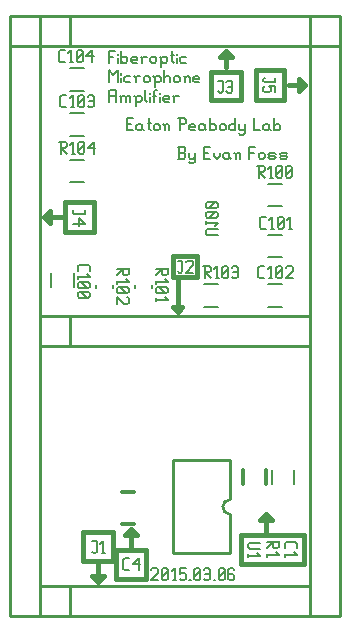
<source format=gbr>
G04 start of page 8 for group -4079 idx -4079 *
G04 Title: (unknown), topsilk *
G04 Creator: pcb 20140316 *
G04 CreationDate: Fri 27 Mar 2015 02:49:08 PM GMT UTC *
G04 For: fosse *
G04 Format: Gerber/RS-274X *
G04 PCB-Dimensions (mil): 1250.00 2150.00 *
G04 PCB-Coordinate-Origin: lower left *
%MOIN*%
%FSLAX25Y25*%
%LNTOPSILK*%
%ADD70C,0.0130*%
%ADD69C,0.0100*%
%ADD68C,0.0080*%
%ADD67C,0.0060*%
%ADD66C,0.0150*%
G54D66*X19000Y141500D02*X17000Y143500D01*
X19000Y145500D02*Y141500D01*
X17000Y143500D02*X19000Y145500D01*
X17000Y143500D02*X22500D01*
X24000Y148500D02*Y138500D01*
X33500D01*
Y148500D02*Y138500D01*
X24000Y148500D02*X33500D01*
X87500Y192500D02*X97000D01*
X87500D02*Y182500D01*
X97000D01*
X102000Y189500D02*X104000Y187500D01*
X102000Y189500D02*Y185500D01*
X104000Y187500D02*X102000Y185500D01*
X98500Y187500D02*X104000D01*
X97000Y192500D02*Y182500D01*
X75500Y197000D02*X77500Y199000D01*
X75500Y197000D02*X79500D01*
X72500Y192000D02*X82500D01*
X72500D02*Y182500D01*
X82500D01*
Y192000D02*Y182500D01*
X77500Y199000D02*X79500Y197000D01*
X77500Y199000D02*Y193500D01*
X89000Y42500D02*X91000Y44500D01*
X93000Y42500D02*X89000D01*
X91000Y44500D02*X93000Y42500D01*
X91000Y39000D02*Y44500D01*
X103500Y37500D02*X82500D01*
Y28000D02*Y37500D01*
X103500Y28000D02*X82500D01*
X103500Y37500D02*Y28000D01*
X44000Y37500D02*X46000Y39500D01*
X48000Y37500D02*X44000D01*
X46000Y39500D02*X48000Y37500D01*
X46000Y34000D02*Y39500D01*
X51000Y32500D02*X41000D01*
Y23000D02*Y32500D01*
X51000Y23000D02*X41000D01*
X51000Y32500D02*Y23000D01*
X30000Y38500D02*Y29000D01*
Y38500D02*X40000D01*
Y29000D01*
X30000D02*X40000D01*
X35000Y27500D02*Y22000D01*
X33000Y24000D01*
X37000D01*
X35000Y22000D01*
X61500Y123500D02*Y112000D01*
X60000Y113500D01*
X63000D01*
X61500Y112000D01*
X60000Y123500D02*Y130500D01*
X68000D01*
Y123500D01*
X60000D02*X68000D01*
G54D67*X44500Y174500D02*X46000D01*
X44500Y172500D02*X46500D01*
X44500Y176500D02*Y172500D01*
Y176500D02*X46500D01*
X49200Y174500D02*X49700Y174000D01*
X48200Y174500D02*X49200D01*
X47700Y174000D02*X48200Y174500D01*
X47700Y174000D02*Y173000D01*
X48200Y172500D01*
X49700Y174500D02*Y173000D01*
X50200Y172500D01*
X48200D02*X49200D01*
X49700Y173000D01*
X51900Y176500D02*Y173000D01*
X52400Y172500D01*
X51400Y175000D02*X52400D01*
X53400Y174000D02*Y173000D01*
Y174000D02*X53900Y174500D01*
X54900D01*
X55400Y174000D01*
Y173000D01*
X54900Y172500D02*X55400Y173000D01*
X53900Y172500D02*X54900D01*
X53400Y173000D02*X53900Y172500D01*
X57100Y174000D02*Y172500D01*
Y174000D02*X57600Y174500D01*
X58100D01*
X58600Y174000D01*
Y172500D01*
X56600Y174500D02*X57100Y174000D01*
X62100Y176500D02*Y172500D01*
X61600Y176500D02*X63600D01*
X64100Y176000D01*
Y175000D01*
X63600Y174500D02*X64100Y175000D01*
X62100Y174500D02*X63600D01*
X65800Y172500D02*X67300D01*
X65300Y173000D02*X65800Y172500D01*
X65300Y174000D02*Y173000D01*
Y174000D02*X65800Y174500D01*
X66800D01*
X67300Y174000D01*
X65300Y173500D02*X67300D01*
Y174000D02*Y173500D01*
X70000Y174500D02*X70500Y174000D01*
X69000Y174500D02*X70000D01*
X68500Y174000D02*X69000Y174500D01*
X68500Y174000D02*Y173000D01*
X69000Y172500D01*
X70500Y174500D02*Y173000D01*
X71000Y172500D01*
X69000D02*X70000D01*
X70500Y173000D01*
X72200Y176500D02*Y172500D01*
Y173000D02*X72700Y172500D01*
X73700D01*
X74200Y173000D01*
Y174000D02*Y173000D01*
X73700Y174500D02*X74200Y174000D01*
X72700Y174500D02*X73700D01*
X72200Y174000D02*X72700Y174500D01*
X75400Y174000D02*Y173000D01*
Y174000D02*X75900Y174500D01*
X76900D01*
X77400Y174000D01*
Y173000D01*
X76900Y172500D02*X77400Y173000D01*
X75900Y172500D02*X76900D01*
X75400Y173000D02*X75900Y172500D01*
X80600Y176500D02*Y172500D01*
X80100D02*X80600Y173000D01*
X79100Y172500D02*X80100D01*
X78600Y173000D02*X79100Y172500D01*
X78600Y174000D02*Y173000D01*
Y174000D02*X79100Y174500D01*
X80100D01*
X80600Y174000D01*
X81800Y174500D02*Y173000D01*
X82300Y172500D01*
X83800Y174500D02*Y171500D01*
X83300Y171000D02*X83800Y171500D01*
X82300Y171000D02*X83300D01*
X81800Y171500D02*X82300Y171000D01*
Y172500D02*X83300D01*
X83800Y173000D01*
X86800Y176500D02*Y172500D01*
X88800D01*
X91500Y174500D02*X92000Y174000D01*
X90500Y174500D02*X91500D01*
X90000Y174000D02*X90500Y174500D01*
X90000Y174000D02*Y173000D01*
X90500Y172500D01*
X92000Y174500D02*Y173000D01*
X92500Y172500D01*
X90500D02*X91500D01*
X92000Y173000D01*
X93700Y176500D02*Y172500D01*
Y173000D02*X94200Y172500D01*
X95200D01*
X95700Y173000D01*
Y174000D02*Y173000D01*
X95200Y174500D02*X95700Y174000D01*
X94200Y174500D02*X95200D01*
X93700Y174000D02*X94200Y174500D01*
X61500Y163000D02*X63500D01*
X64000Y163500D01*
Y164500D02*Y163500D01*
X63500Y165000D02*X64000Y164500D01*
X62000Y165000D02*X63500D01*
X62000Y167000D02*Y163000D01*
X61500Y167000D02*X63500D01*
X64000Y166500D01*
Y165500D01*
X63500Y165000D02*X64000Y165500D01*
X65200Y165000D02*Y163500D01*
X65700Y163000D01*
X67200Y165000D02*Y162000D01*
X66700Y161500D02*X67200Y162000D01*
X65700Y161500D02*X66700D01*
X65200Y162000D02*X65700Y161500D01*
Y163000D02*X66700D01*
X67200Y163500D01*
X70200Y165000D02*X71700D01*
X70200Y163000D02*X72200D01*
X70200Y167000D02*Y163000D01*
Y167000D02*X72200D01*
X73400Y165000D02*Y164000D01*
X74400Y163000D01*
X75400Y164000D01*
Y165000D02*Y164000D01*
X78100Y165000D02*X78600Y164500D01*
X77100Y165000D02*X78100D01*
X76600Y164500D02*X77100Y165000D01*
X76600Y164500D02*Y163500D01*
X77100Y163000D01*
X78600Y165000D02*Y163500D01*
X79100Y163000D01*
X77100D02*X78100D01*
X78600Y163500D01*
X80800Y164500D02*Y163000D01*
Y164500D02*X81300Y165000D01*
X81800D01*
X82300Y164500D01*
Y163000D01*
X80300Y165000D02*X80800Y164500D01*
X85300Y167000D02*Y163000D01*
Y167000D02*X87300D01*
X85300Y165000D02*X86800D01*
X88500Y164500D02*Y163500D01*
Y164500D02*X89000Y165000D01*
X90000D01*
X90500Y164500D01*
Y163500D01*
X90000Y163000D02*X90500Y163500D01*
X89000Y163000D02*X90000D01*
X88500Y163500D02*X89000Y163000D01*
X92200D02*X93700D01*
X94200Y163500D01*
X93700Y164000D02*X94200Y163500D01*
X92200Y164000D02*X93700D01*
X91700Y164500D02*X92200Y164000D01*
X91700Y164500D02*X92200Y165000D01*
X93700D01*
X94200Y164500D01*
X91700Y163500D02*X92200Y163000D01*
X95900D02*X97400D01*
X97900Y163500D01*
X97400Y164000D02*X97900Y163500D01*
X95900Y164000D02*X97400D01*
X95400Y164500D02*X95900Y164000D01*
X95400Y164500D02*X95900Y165000D01*
X97400D01*
X97900Y164500D01*
X95400Y163500D02*X95900Y163000D01*
X38500Y199000D02*Y195000D01*
Y199000D02*X40500D01*
X38500Y197000D02*X40000D01*
X41700Y198000D02*Y197500D01*
Y196500D02*Y195000D01*
X42700Y199000D02*Y195000D01*
Y195500D02*X43200Y195000D01*
X44200D01*
X44700Y195500D01*
Y196500D02*Y195500D01*
X44200Y197000D02*X44700Y196500D01*
X43200Y197000D02*X44200D01*
X42700Y196500D02*X43200Y197000D01*
X46400Y195000D02*X47900D01*
X45900Y195500D02*X46400Y195000D01*
X45900Y196500D02*Y195500D01*
Y196500D02*X46400Y197000D01*
X47400D01*
X47900Y196500D01*
X45900Y196000D02*X47900D01*
Y196500D02*Y196000D01*
X49600Y196500D02*Y195000D01*
Y196500D02*X50100Y197000D01*
X51100D01*
X49100D02*X49600Y196500D01*
X52300D02*Y195500D01*
Y196500D02*X52800Y197000D01*
X53800D01*
X54300Y196500D01*
Y195500D01*
X53800Y195000D02*X54300Y195500D01*
X52800Y195000D02*X53800D01*
X52300Y195500D02*X52800Y195000D01*
X56000Y196500D02*Y193500D01*
X55500Y197000D02*X56000Y196500D01*
X56500Y197000D01*
X57500D01*
X58000Y196500D01*
Y195500D01*
X57500Y195000D02*X58000Y195500D01*
X56500Y195000D02*X57500D01*
X56000Y195500D02*X56500Y195000D01*
X59700Y199000D02*Y195500D01*
X60200Y195000D01*
X59200Y197500D02*X60200D01*
X61200Y198000D02*Y197500D01*
Y196500D02*Y195000D01*
X62700Y197000D02*X64200D01*
X62200Y196500D02*X62700Y197000D01*
X62200Y196500D02*Y195500D01*
X62700Y195000D01*
X64200D01*
X38500Y192500D02*Y188500D01*
Y192500D02*X40000Y191000D01*
X41500Y192500D01*
Y188500D01*
X42700Y191500D02*Y191000D01*
Y190000D02*Y188500D01*
X44200Y190500D02*X45700D01*
X43700Y190000D02*X44200Y190500D01*
X43700Y190000D02*Y189000D01*
X44200Y188500D01*
X45700D01*
X47400Y190000D02*Y188500D01*
Y190000D02*X47900Y190500D01*
X48900D01*
X46900D02*X47400Y190000D01*
X50100D02*Y189000D01*
Y190000D02*X50600Y190500D01*
X51600D01*
X52100Y190000D01*
Y189000D01*
X51600Y188500D02*X52100Y189000D01*
X50600Y188500D02*X51600D01*
X50100Y189000D02*X50600Y188500D01*
X53800Y190000D02*Y187000D01*
X53300Y190500D02*X53800Y190000D01*
X54300Y190500D01*
X55300D01*
X55800Y190000D01*
Y189000D01*
X55300Y188500D02*X55800Y189000D01*
X54300Y188500D02*X55300D01*
X53800Y189000D02*X54300Y188500D01*
X57000Y192500D02*Y188500D01*
Y190000D02*X57500Y190500D01*
X58500D01*
X59000Y190000D01*
Y188500D01*
X60200Y190000D02*Y189000D01*
Y190000D02*X60700Y190500D01*
X61700D01*
X62200Y190000D01*
Y189000D01*
X61700Y188500D02*X62200Y189000D01*
X60700Y188500D02*X61700D01*
X60200Y189000D02*X60700Y188500D01*
X63900Y190000D02*Y188500D01*
Y190000D02*X64400Y190500D01*
X64900D01*
X65400Y190000D01*
Y188500D01*
X63400Y190500D02*X63900Y190000D01*
X67100Y188500D02*X68600D01*
X66600Y189000D02*X67100Y188500D01*
X66600Y190000D02*Y189000D01*
Y190000D02*X67100Y190500D01*
X68100D01*
X68600Y190000D01*
X66600Y189500D02*X68600D01*
Y190000D02*Y189500D01*
X38500Y185500D02*Y182000D01*
Y185500D02*X39000Y186000D01*
X40500D01*
X41000Y185500D01*
Y182000D01*
X38500Y184000D02*X41000D01*
X42700Y183500D02*Y182000D01*
Y183500D02*X43200Y184000D01*
X43700D01*
X44200Y183500D01*
Y182000D01*
Y183500D02*X44700Y184000D01*
X45200D01*
X45700Y183500D01*
Y182000D01*
X42200Y184000D02*X42700Y183500D01*
X47400D02*Y180500D01*
X46900Y184000D02*X47400Y183500D01*
X47900Y184000D01*
X48900D01*
X49400Y183500D01*
Y182500D01*
X48900Y182000D02*X49400Y182500D01*
X47900Y182000D02*X48900D01*
X47400Y182500D02*X47900Y182000D01*
X50600Y186000D02*Y182500D01*
X51100Y182000D01*
X52100Y185000D02*Y184500D01*
Y183500D02*Y182000D01*
X53600Y185500D02*Y182000D01*
Y185500D02*X54100Y186000D01*
X54600D01*
X53100Y184000D02*X54100D01*
X55600Y185000D02*Y184500D01*
Y183500D02*Y182000D01*
X57100D02*X58600D01*
X56600Y182500D02*X57100Y182000D01*
X56600Y183500D02*Y182500D01*
Y183500D02*X57100Y184000D01*
X58100D01*
X58600Y183500D01*
X56600Y183000D02*X58600D01*
Y183500D02*Y183000D01*
X60300Y183500D02*Y182000D01*
Y183500D02*X60800Y184000D01*
X61800D01*
X59800D02*X60300Y183500D01*
X52500Y26000D02*X53000Y26500D01*
X54500D01*
X55000Y26000D01*
Y25000D01*
X52500Y22500D02*X55000Y25000D01*
X52500Y22500D02*X55000D01*
X56200Y23000D02*X56700Y22500D01*
X56200Y26000D02*Y23000D01*
Y26000D02*X56700Y26500D01*
X57700D01*
X58200Y26000D01*
Y23000D01*
X57700Y22500D02*X58200Y23000D01*
X56700Y22500D02*X57700D01*
X56200Y23500D02*X58200Y25500D01*
X59900Y22500D02*X60900D01*
X60400Y26500D02*Y22500D01*
X59400Y25500D02*X60400Y26500D01*
X62100D02*X64100D01*
X62100D02*Y24500D01*
X62600Y25000D01*
X63600D01*
X64100Y24500D01*
Y23000D01*
X63600Y22500D02*X64100Y23000D01*
X62600Y22500D02*X63600D01*
X62100Y23000D02*X62600Y22500D01*
X65300D02*X65800D01*
X67000Y23000D02*X67500Y22500D01*
X67000Y26000D02*Y23000D01*
Y26000D02*X67500Y26500D01*
X68500D01*
X69000Y26000D01*
Y23000D01*
X68500Y22500D02*X69000Y23000D01*
X67500Y22500D02*X68500D01*
X67000Y23500D02*X69000Y25500D01*
X70200Y26000D02*X70700Y26500D01*
X71700D01*
X72200Y26000D01*
Y23000D01*
X71700Y22500D02*X72200Y23000D01*
X70700Y22500D02*X71700D01*
X70200Y23000D02*X70700Y22500D01*
Y24500D02*X72200D01*
X73400Y22500D02*X73900D01*
X75100Y23000D02*X75600Y22500D01*
X75100Y26000D02*Y23000D01*
Y26000D02*X75600Y26500D01*
X76600D01*
X77100Y26000D01*
Y23000D01*
X76600Y22500D02*X77100Y23000D01*
X75600Y22500D02*X76600D01*
X75100Y23500D02*X77100Y25500D01*
X79800Y26500D02*X80300Y26000D01*
X78800Y26500D02*X79800D01*
X78300Y26000D02*X78800Y26500D01*
X78300Y26000D02*Y23000D01*
X78800Y22500D01*
X79800Y24500D02*X80300Y24000D01*
X78300Y24500D02*X79800D01*
X78800Y22500D02*X79800D01*
X80300Y23000D01*
Y24000D02*Y23000D01*
G54D68*X26740Y124957D02*Y120233D01*
X19260Y124957D02*Y120233D01*
X91638Y121240D02*X96362D01*
X91638Y113760D02*X96362D01*
X70138Y121240D02*X74862D01*
X70138Y113760D02*X74862D01*
X39755Y120893D02*Y120107D01*
X34245Y120893D02*Y120107D01*
X52755Y120893D02*Y120107D01*
X47245Y120893D02*Y120107D01*
X91638Y137740D02*X96362D01*
X91638Y130260D02*X96362D01*
G54D69*X15500Y100500D02*X105500D01*
Y110500D02*Y100500D01*
X15500Y110500D02*X105500D01*
X15500D02*Y100500D01*
X25500Y110500D02*Y100500D01*
X15500Y110500D02*X25500D01*
X15500Y200500D02*X105500D01*
Y210500D02*Y200500D01*
X15500Y210500D02*X105500D01*
X15500D02*Y200500D01*
X25500Y210500D02*Y200500D01*
X15500Y210500D02*X25500D01*
G54D68*X25638Y178240D02*X30362D01*
X25638Y170760D02*X30362D01*
X25638Y193240D02*X30362D01*
X25638Y185760D02*X30362D01*
X25638Y162740D02*X30362D01*
X25638Y155260D02*X30362D01*
X91638Y154740D02*X96362D01*
X91638Y147260D02*X96362D01*
G54D69*X5500Y210500D02*Y10500D01*
X15500D01*
Y210500D01*
X5500D01*
Y200500D02*X15500D01*
Y210500D01*
G54D70*X43032Y41436D02*X46968D01*
X43032Y52064D02*X46968D01*
G54D69*X79000Y44500D02*Y31500D01*
Y62500D02*Y49500D01*
X60000Y31500D02*X79000D01*
X60000Y62500D02*Y31500D01*
Y62500D02*X79000D01*
Y49500D02*G75*G03X79000Y44500I0J-2500D01*G01*
G54D68*X100240Y59362D02*Y54638D01*
X92760Y59362D02*Y54638D01*
G54D69*X105500Y210500D02*Y10500D01*
X115500D01*
Y210500D01*
X105500D01*
Y200500D02*X115500D01*
Y210500D01*
X15500Y10500D02*X105500D01*
Y20500D02*Y10500D01*
X15500Y20500D02*X105500D01*
X15500D02*Y10500D01*
X25500Y20500D02*Y10500D01*
X15500Y20500D02*X25500D01*
G54D70*X83260Y59371D02*Y54647D01*
X90740Y59371D02*Y54647D01*
G54D67*X45150Y126650D02*Y124650D01*
X44650Y124150D01*
X43650D02*X44650D01*
X43150Y124650D02*X43650Y124150D01*
X43150Y126150D02*Y124650D01*
X41150Y126150D02*X45150D01*
X43150D02*X41150Y124150D01*
Y122450D02*Y121450D01*
Y121950D02*X45150D01*
X44150Y122950D02*X45150Y121950D01*
X41650Y120250D02*X41150Y119750D01*
X41650Y120250D02*X44650D01*
X45150Y119750D01*
Y118750D01*
X44650Y118250D01*
X41650D02*X44650D01*
X41150Y118750D02*X41650Y118250D01*
X41150Y119750D02*Y118750D01*
X42150Y120250D02*X44150Y118250D01*
X44650Y117050D02*X45150Y116550D01*
Y115050D01*
X44650Y114550D01*
X43650D02*X44650D01*
X41150Y117050D02*X43650Y114550D01*
X41150Y117050D02*Y114550D01*
X28150Y127245D02*Y125745D01*
X28650Y127745D02*X28150Y127245D01*
X28650Y127745D02*X31650D01*
X32150Y127245D01*
Y125745D01*
X28150Y124045D02*Y123045D01*
Y123545D02*X32150D01*
X31150Y124545D02*X32150Y123545D01*
X28650Y121845D02*X28150Y121345D01*
X28650Y121845D02*X31650D01*
X32150Y121345D01*
Y120345D01*
X31650Y119845D01*
X28650D02*X31650D01*
X28150Y120345D02*X28650Y119845D01*
X28150Y121345D02*Y120345D01*
X29150Y121845D02*X31150Y119845D01*
X28650Y118645D02*X28150Y118145D01*
X28650Y118645D02*X31650D01*
X32150Y118145D01*
Y117145D01*
X31650Y116645D01*
X28650D02*X31650D01*
X28150Y117145D02*X28650Y116645D01*
X28150Y118145D02*Y117145D01*
X29150Y118645D02*X31150Y116645D01*
X22850Y180150D02*X24350D01*
X22350Y180650D02*X22850Y180150D01*
X22350Y183650D02*Y180650D01*
Y183650D02*X22850Y184150D01*
X24350D01*
X26050Y180150D02*X27050D01*
X26550Y184150D02*Y180150D01*
X25550Y183150D02*X26550Y184150D01*
X28250Y180650D02*X28750Y180150D01*
X28250Y183650D02*Y180650D01*
Y183650D02*X28750Y184150D01*
X29750D01*
X30250Y183650D01*
Y180650D01*
X29750Y180150D02*X30250Y180650D01*
X28750Y180150D02*X29750D01*
X28250Y181150D02*X30250Y183150D01*
X31450Y183650D02*X31950Y184150D01*
X32950D01*
X33450Y183650D01*
Y180650D01*
X32950Y180150D02*X33450Y180650D01*
X31950Y180150D02*X32950D01*
X31450Y180650D02*X31950Y180150D01*
Y182150D02*X33450D01*
X22350Y195150D02*X23850D01*
X21850Y195650D02*X22350Y195150D01*
X21850Y198650D02*Y195650D01*
Y198650D02*X22350Y199150D01*
X23850D01*
X25550Y195150D02*X26550D01*
X26050Y199150D02*Y195150D01*
X25050Y198150D02*X26050Y199150D01*
X27750Y195650D02*X28250Y195150D01*
X27750Y198650D02*Y195650D01*
Y198650D02*X28250Y199150D01*
X29250D01*
X29750Y198650D01*
Y195650D01*
X29250Y195150D02*X29750Y195650D01*
X28250Y195150D02*X29250D01*
X27750Y196150D02*X29750Y198150D01*
X30950Y197150D02*X32950Y199150D01*
X30950Y197150D02*X33450D01*
X32950Y199150D02*Y195150D01*
X21945Y168650D02*X23945D01*
X24445Y168150D01*
Y167150D01*
X23945Y166650D02*X24445Y167150D01*
X22445Y166650D02*X23945D01*
X22445Y168650D02*Y164650D01*
Y166650D02*X24445Y164650D01*
X26145D02*X27145D01*
X26645Y168650D02*Y164650D01*
X25645Y167650D02*X26645Y168650D01*
X28345Y165150D02*X28845Y164650D01*
X28345Y168150D02*Y165150D01*
Y168150D02*X28845Y168650D01*
X29845D01*
X30345Y168150D01*
Y165150D01*
X29845Y164650D02*X30345Y165150D01*
X28845Y164650D02*X29845D01*
X28345Y165650D02*X30345Y167650D01*
X31545Y166650D02*X33545Y168650D01*
X31545Y166650D02*X34045D01*
X33545Y168650D02*Y164650D01*
X30500Y146000D02*Y144500D01*
X27000D02*X30500D01*
X26500Y145000D02*X27000Y144500D01*
X26500Y145500D02*Y145000D01*
X27000Y146000D02*X26500Y145500D01*
X28500Y143300D02*X30500Y141300D01*
X28500Y143300D02*Y140800D01*
X26500Y141300D02*X30500D01*
X33000Y35500D02*X34500D01*
Y32000D01*
X34000Y31500D02*X34500Y32000D01*
X33500Y31500D02*X34000D01*
X33000Y32000D02*X33500Y31500D01*
X36200D02*X37200D01*
X36700Y35500D02*Y31500D01*
X35700Y34500D02*X36700Y35500D01*
X43755Y25900D02*X45255D01*
X43255Y26400D02*X43755Y25900D01*
X43255Y29400D02*Y26400D01*
Y29400D02*X43755Y29900D01*
X45255D01*
X46455Y27900D02*X48455Y29900D01*
X46455Y27900D02*X48955D01*
X48455Y29900D02*Y25900D01*
X69945Y127150D02*X71945D01*
X72445Y126650D01*
Y125650D01*
X71945Y125150D02*X72445Y125650D01*
X70445Y125150D02*X71945D01*
X70445Y127150D02*Y123150D01*
Y125150D02*X72445Y123150D01*
X74145D02*X75145D01*
X74645Y127150D02*Y123150D01*
X73645Y126150D02*X74645Y127150D01*
X76345Y123650D02*X76845Y123150D01*
X76345Y126650D02*Y123650D01*
Y126650D02*X76845Y127150D01*
X77845D01*
X78345Y126650D01*
Y123650D01*
X77845Y123150D02*X78345Y123650D01*
X76845Y123150D02*X77845D01*
X76345Y124150D02*X78345Y126150D01*
X79545Y126650D02*X80045Y127150D01*
X81045D01*
X81545Y126650D01*
Y123650D01*
X81045Y123150D02*X81545Y123650D01*
X80045Y123150D02*X81045D01*
X79545Y123650D02*X80045Y123150D01*
Y125150D02*X81545D01*
X75000Y189000D02*X76500D01*
Y185500D01*
X76000Y185000D02*X76500Y185500D01*
X75500Y185000D02*X76000D01*
X75000Y185500D02*X75500Y185000D01*
X77700Y188500D02*X78200Y189000D01*
X79200D01*
X79700Y188500D01*
Y185500D01*
X79200Y185000D02*X79700Y185500D01*
X78200Y185000D02*X79200D01*
X77700Y185500D02*X78200Y185000D01*
Y187000D02*X79700D01*
X71300Y137500D02*X74800D01*
X71300D02*X70800Y138000D01*
Y139000D01*
X71300Y139500D01*
X74800D01*
X70800Y141200D02*Y142200D01*
Y141700D02*X74800D01*
X73800Y140700D02*X74800Y141700D01*
X71300Y143400D02*X70800Y143900D01*
X71300Y143400D02*X74300D01*
X74800Y143900D01*
Y144900D01*
X74300Y145400D01*
X71300D02*X74300D01*
X70800Y144900D02*X71300Y145400D01*
X70800Y143900D02*Y144900D01*
X71800Y143400D02*X73800Y145400D01*
X71300Y146600D02*X70800Y147100D01*
X71300Y146600D02*X74300D01*
X74800Y147100D01*
Y148100D01*
X74300Y148600D01*
X71300D02*X74300D01*
X70800Y148100D02*X71300Y148600D01*
X70800Y147100D02*Y148100D01*
X71800Y146600D02*X73800Y148600D01*
X58150Y126650D02*Y124650D01*
X57650Y124150D01*
X56650D02*X57650D01*
X56150Y124650D02*X56650Y124150D01*
X56150Y126150D02*Y124650D01*
X54150Y126150D02*X58150D01*
X56150D02*X54150Y124150D01*
Y122450D02*Y121450D01*
Y121950D02*X58150D01*
X57150Y122950D02*X58150Y121950D01*
X54650Y120250D02*X54150Y119750D01*
X54650Y120250D02*X57650D01*
X58150Y119750D01*
Y118750D01*
X57650Y118250D01*
X54650D02*X57650D01*
X54150Y118750D02*X54650Y118250D01*
X54150Y119750D02*Y118750D01*
X55150Y120250D02*X57150Y118250D01*
X54150Y116550D02*Y115550D01*
Y116050D02*X58150D01*
X57150Y117050D02*X58150Y116050D01*
X61500Y129000D02*X63000D01*
Y125500D01*
X62500Y125000D02*X63000Y125500D01*
X62000Y125000D02*X62500D01*
X61500Y125500D02*X62000Y125000D01*
X64200Y128500D02*X64700Y129000D01*
X66200D01*
X66700Y128500D01*
Y127500D01*
X64200Y125000D02*X66700Y127500D01*
X64200Y125000D02*X66700D01*
X89350Y139650D02*X90850D01*
X88850Y140150D02*X89350Y139650D01*
X88850Y143150D02*Y140150D01*
Y143150D02*X89350Y143650D01*
X90850D01*
X92550Y139650D02*X93550D01*
X93050Y143650D02*Y139650D01*
X92050Y142650D02*X93050Y143650D01*
X94750Y140150D02*X95250Y139650D01*
X94750Y143150D02*Y140150D01*
Y143150D02*X95250Y143650D01*
X96250D01*
X96750Y143150D01*
Y140150D01*
X96250Y139650D02*X96750Y140150D01*
X95250Y139650D02*X96250D01*
X94750Y140650D02*X96750Y142650D01*
X98450Y139650D02*X99450D01*
X98950Y143650D02*Y139650D01*
X97950Y142650D02*X98950Y143650D01*
X87945Y160650D02*X89945D01*
X90445Y160150D01*
Y159150D01*
X89945Y158650D02*X90445Y159150D01*
X88445Y158650D02*X89945D01*
X88445Y160650D02*Y156650D01*
Y158650D02*X90445Y156650D01*
X92145D02*X93145D01*
X92645Y160650D02*Y156650D01*
X91645Y159650D02*X92645Y160650D01*
X94345Y157150D02*X94845Y156650D01*
X94345Y160150D02*Y157150D01*
Y160150D02*X94845Y160650D01*
X95845D01*
X96345Y160150D01*
Y157150D01*
X95845Y156650D02*X96345Y157150D01*
X94845Y156650D02*X95845D01*
X94345Y157650D02*X96345Y159650D01*
X97545Y157150D02*X98045Y156650D01*
X97545Y160150D02*Y157150D01*
Y160150D02*X98045Y160650D01*
X99045D01*
X99545Y160150D01*
Y157150D01*
X99045Y156650D02*X99545Y157150D01*
X98045Y156650D02*X99045D01*
X97545Y157650D02*X99545Y159650D01*
X94000Y190000D02*Y188500D01*
X90500D02*X94000D01*
X90000Y189000D02*X90500Y188500D01*
X90000Y189500D02*Y189000D01*
X90500Y190000D02*X90000Y189500D01*
X94000Y187300D02*Y185300D01*
X92000Y187300D02*X94000D01*
X92000D02*X92500Y186800D01*
Y185800D01*
X92000Y185300D01*
X90500D02*X92000D01*
X90000Y185800D02*X90500Y185300D01*
X90000Y186800D02*Y185800D01*
X90500Y187300D02*X90000Y186800D01*
X88850Y123150D02*X90350D01*
X88350Y123650D02*X88850Y123150D01*
X88350Y126650D02*Y123650D01*
Y126650D02*X88850Y127150D01*
X90350D01*
X92050Y123150D02*X93050D01*
X92550Y127150D02*Y123150D01*
X91550Y126150D02*X92550Y127150D01*
X94250Y123650D02*X94750Y123150D01*
X94250Y126650D02*Y123650D01*
Y126650D02*X94750Y127150D01*
X95750D01*
X96250Y126650D01*
Y123650D01*
X95750Y123150D02*X96250Y123650D01*
X94750Y123150D02*X95750D01*
X94250Y124150D02*X96250Y126150D01*
X97450Y126650D02*X97950Y127150D01*
X99450D01*
X99950Y126650D01*
Y125650D01*
X97450Y123150D02*X99950Y125650D01*
X97450Y123150D02*X99950D01*
X95150Y35659D02*Y33659D01*
X94650Y33159D01*
X93650D02*X94650D01*
X93150Y33659D02*X93650Y33159D01*
X93150Y35159D02*Y33659D01*
X91150Y35159D02*X95150D01*
X93150D02*X91150Y33159D01*
Y31459D02*Y30459D01*
Y30959D02*X95150D01*
X94150Y31959D02*X95150Y30959D01*
X85500Y35000D02*X89000D01*
X85500D02*X85000Y34500D01*
Y33500D01*
X85500Y33000D01*
X89000D01*
X85000Y31300D02*Y30300D01*
Y30800D02*X89000D01*
X88000Y31800D02*X89000Y30800D01*
X97150Y34650D02*Y33150D01*
X97650Y35150D02*X97150Y34650D01*
X97650Y35150D02*X100650D01*
X101150Y34650D01*
Y33150D01*
X97150Y31450D02*Y30450D01*
Y30950D02*X101150D01*
X100150Y31950D02*X101150Y30950D01*
M02*

</source>
